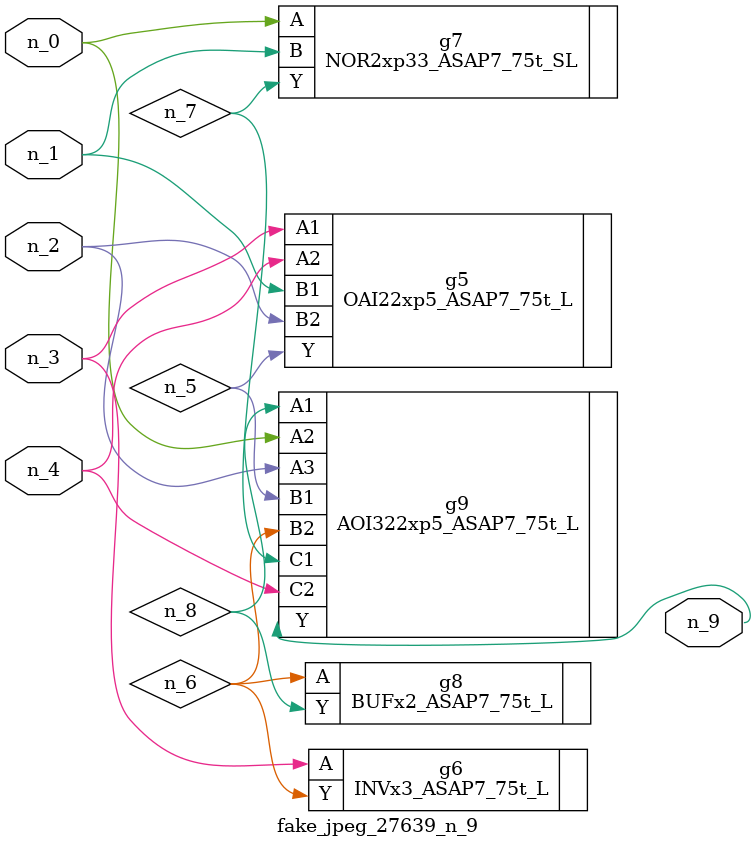
<source format=v>
module fake_jpeg_27639_n_9 (n_3, n_2, n_1, n_0, n_4, n_9);

input n_3;
input n_2;
input n_1;
input n_0;
input n_4;

output n_9;

wire n_8;
wire n_6;
wire n_5;
wire n_7;

OAI22xp5_ASAP7_75t_L g5 ( 
.A1(n_3),
.A2(n_4),
.B1(n_1),
.B2(n_2),
.Y(n_5)
);

INVx3_ASAP7_75t_L g6 ( 
.A(n_3),
.Y(n_6)
);

NOR2xp33_ASAP7_75t_SL g7 ( 
.A(n_0),
.B(n_1),
.Y(n_7)
);

BUFx2_ASAP7_75t_L g8 ( 
.A(n_6),
.Y(n_8)
);

AOI322xp5_ASAP7_75t_L g9 ( 
.A1(n_8),
.A2(n_0),
.A3(n_2),
.B1(n_5),
.B2(n_6),
.C1(n_7),
.C2(n_4),
.Y(n_9)
);


endmodule
</source>
